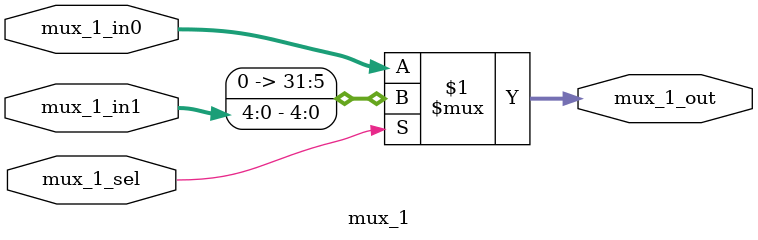
<source format=v>
`timescale 1ns / 1ps


module mux_1 (
 input wire [31:0] mux_1_in0,
 input wire [4:0] mux_1_in1,
 input wire mux_1_sel,
 output wire [31:0] mux_1_out
 );
 assign mux_1_out = mux_1_sel ? {27'b0, mux_1_in1} : mux_1_in0;
endmodule

</source>
